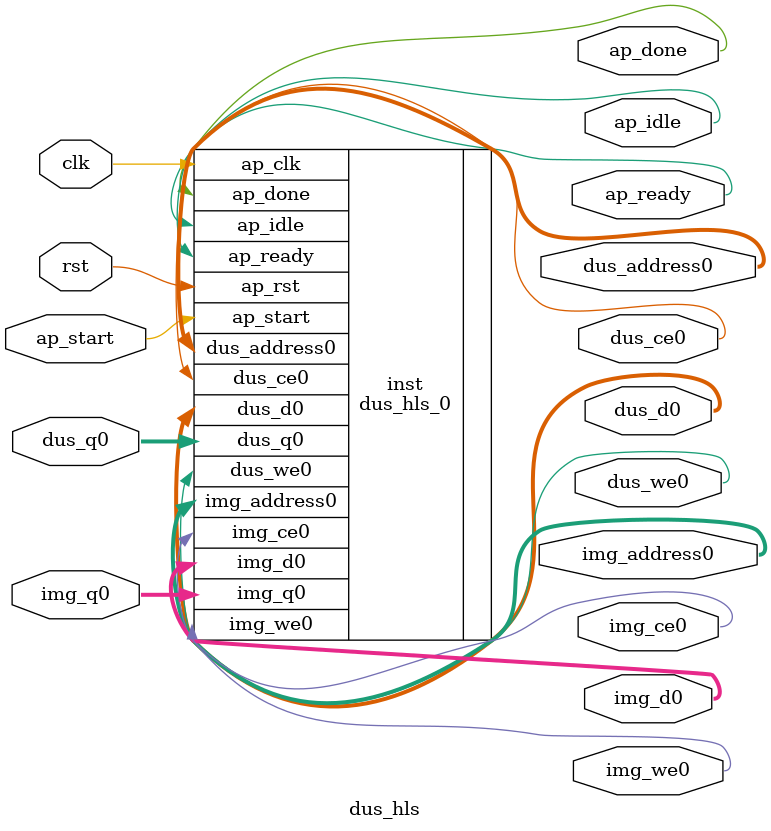
<source format=sv>
module dus_hls(
  dus_ce0,
  dus_we0,
  img_ce0,
  img_we0,
  clk,
  rst,
  ap_start,
  ap_done,
  ap_ready,
  ap_idle,
  dus_address0,
  dus_d0,
  dus_q0,
  img_address0,
  img_d0,
  img_q0
);

output wire dus_ce0;
output wire dus_we0;
output wire img_ce0;
output wire img_we0;
input wire clk;
input wire rst;
input wire ap_start;
output wire ap_done;
output wire ap_ready;
output wire ap_idle;
output wire [9 : 0] dus_address0;
output wire [31 : 0] dus_d0;
input wire [31 : 0] dus_q0;
output wire [9 : 0] img_address0;
output wire [31 : 0] img_d0;
input wire [31 : 0] img_q0;
  dus_hls_0 inst (
    .dus_ce0(dus_ce0),
    .dus_we0(dus_we0),
    .img_ce0(img_ce0),
    .img_we0(img_we0),
    .ap_clk(clk),
    .ap_rst(rst),
    .ap_start(ap_start),
    .ap_done(ap_done),
    .ap_ready(ap_ready),
    .ap_idle(ap_idle),
    .dus_address0(dus_address0),
    .dus_d0(dus_d0),
    .dus_q0(dus_q0),
    .img_address0(img_address0),
    .img_d0(img_d0),
    .img_q0(img_q0)
  );
endmodule
</source>
